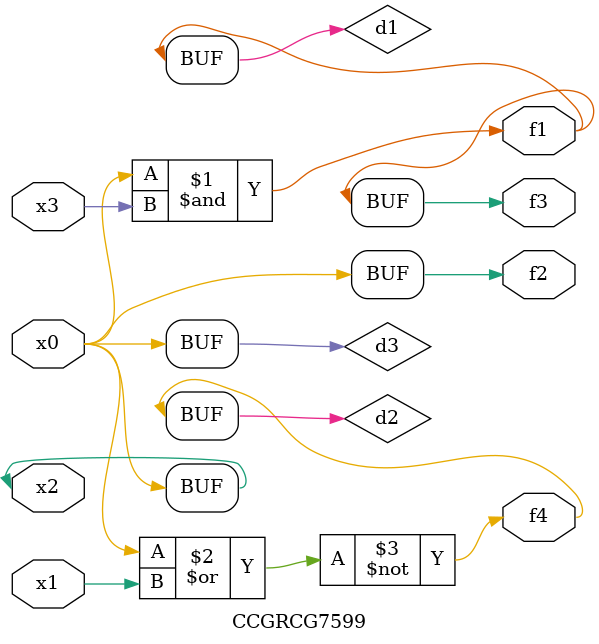
<source format=v>
module CCGRCG7599(
	input x0, x1, x2, x3,
	output f1, f2, f3, f4
);

	wire d1, d2, d3;

	and (d1, x2, x3);
	nor (d2, x0, x1);
	buf (d3, x0, x2);
	assign f1 = d1;
	assign f2 = d3;
	assign f3 = d1;
	assign f4 = d2;
endmodule

</source>
